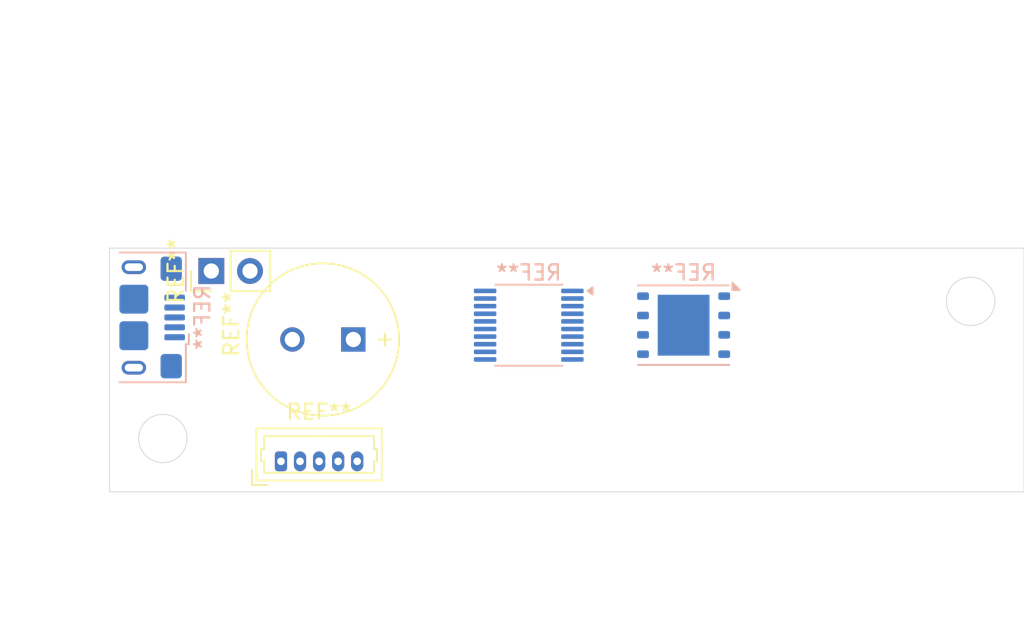
<source format=kicad_pcb>
(kicad_pcb (version 20221018) (generator pcbnew)
  (layers (0 "F.Cu" signal) (31 "B.Cu" signal) (34 "B.Paste" user) (35 "F.Paste" user) (36 "B.SilkS" user "B.Silkscreen") (37 "F.SilkS" user "F.Silkscreen") (38 "B.Mask" user) (39 "F.Mask" user) (44 "Edge.Cuts" user))
  (net 0 "")
  (footprint "Connector_Molex:Molex_PicoBlade_53047-0510_1x05_P1.25mm_Vertical" (layer "F.Cu") (at 111.252 108)
    (fp_text reference "REF**" (at 2.5 -3.25) (layer "F.SilkS"))
    (fp_text value "Molex_PicoBlade_53047-0510_1x05_P1.25mm_Vertical")
    (fp_line (start -1.9 1.55) (end -1.9 0.55) (stroke (width 0.12)) (layer "F.SilkS"))
    (fp_line (start -1.9 1.55) (end -0.9 1.55) (stroke (width 0.12)) (layer "F.SilkS"))
    (fp_line (start -1.61 -2.16) (end -1.61 1.26) (stroke (width 0.12)) (layer "F.SilkS"))
    (fp_line (start -1.61 1.26) (end 6.61 1.26) (stroke (width 0.12)) (layer "F.SilkS"))
    (fp_line (start -1.3 -0.8) (end -1.1 -0.8) (stroke (width 0.12)) (layer "F.SilkS"))
    (fp_line (start -1.3 0) (end -1.3 -0.8) (stroke (width 0.12)) (layer "F.SilkS"))
    (fp_line (start -1.1 -1.65) (end 2.5 -1.65) (stroke (width 0.12)) (layer "F.SilkS"))
    (fp_line (start -1.1 -0.8) (end -1.1 -1.65) (stroke (width 0.12)) (layer "F.SilkS"))
    (fp_line (start -1.1 0) (end -1.3 0) (stroke (width 0.12)) (layer "F.SilkS"))
    (fp_line (start -1.1 0.75) (end -1.1 0) (stroke (width 0.12)) (layer "F.SilkS"))
    (fp_line (start 2.5 0.75) (end -1.1 0.75) (stroke (width 0.12)) (layer "F.SilkS"))
    (fp_line (start 2.5 0.75) (end 6.1 0.75) (stroke (width 0.12)) (layer "F.SilkS"))
    (fp_line (start 6.1 -1.65) (end 2.5 -1.65) (stroke (width 0.12)) (layer "F.SilkS"))
    (fp_line (start 6.1 -0.8) (end 6.1 -1.65) (stroke (width 0.12)) (layer "F.SilkS"))
    (fp_line (start 6.1 0) (end 6.3 0) (stroke (width 0.12)) (layer "F.SilkS"))
    (fp_line (start 6.1 0.75) (end 6.1 0) (stroke (width 0.12)) (layer "F.SilkS"))
    (fp_line (start 6.3 -0.8) (end 6.1 -0.8) (stroke (width 0.12)) (layer "F.SilkS"))
    (fp_line (start 6.3 0) (end 6.3 -0.8) (stroke (width 0.12)) (layer "F.SilkS"))
    (fp_line (start 6.61 -2.16) (end -1.61 -2.16) (stroke (width 0.12)) (layer "F.SilkS"))
    (fp_line (start 6.61 1.26) (end 6.61 -2.16) (stroke (width 0.12)) (layer "F.SilkS"))
    (pad "1" thru_hole roundrect (at 0 0) (size 0.8 1.3) (drill 0.5) (layers "*.Cu" "*.Mask"))
    (pad "2" thru_hole oval (at 1.25 0) (size 0.8 1.3) (drill 0.5) (layers "*.Cu" "*.Mask"))
    (pad "3" thru_hole oval (at 2.5 0) (size 0.8 1.3) (drill 0.5) (layers "*.Cu" "*.Mask"))
    (pad "4" thru_hole oval (at 3.75 0) (size 0.8 1.3) (drill 0.5) (layers "*.Cu" "*.Mask"))
    (pad "5" thru_hole oval (at 5 0) (size 0.8 1.3) (drill 0.5) (layers "*.Cu" "*.Mask"))
  )
  (footprint "Buzzer_Beeper:MagneticBuzzer_ProSignal_ABT-410-RC" (layer "F.Cu") (at 114 100 90)
    (fp_text reference "REF**" (at 1 -6 90) (layer "F.SilkS"))
    (fp_text value "GT-0903A")
    (fp_text user "+" (at 0 4 90) (layer "F.SilkS"))
    (fp_circle (center 0 0) (end 5 0) (stroke (width 0.12)) (fill none) (layer "F.SilkS"))
    (pad "1" thru_hole rect (at 0 2 90) (size 1.6 1.6) (drill 1) (layers "*.Cu" "*.Mask"))
    (pad "2" thru_hole circle (at 0 -2 90) (size 1.6 1.6) (drill 1) (layers "*.Cu" "*.Mask"))
  )
  (footprint "Connector_PinHeader_2.54mm:PinHeader_1x02_P2.54mm_Vertical" (layer "F.Cu") (at 106.68 95.504 90)
    (fp_text reference "REF**" (at 0 -2.33 90) (layer "F.SilkS"))
    (fp_text value "PinHeader_1x02_P2.54mm_Vertical")
    (fp_line (start -1.33 -1.33) (end 0 -1.33) (stroke (width 0.12)) (layer "F.SilkS"))
    (fp_line (start -1.33 0) (end -1.33 -1.33) (stroke (width 0.12)) (layer "F.SilkS"))
    (fp_line (start -1.33 1.27) (end -1.33 3.87) (stroke (width 0.12)) (layer "F.SilkS"))
    (fp_line (start -1.33 1.27) (end 1.33 1.27) (stroke (width 0.12)) (layer "F.SilkS"))
    (fp_line (start -1.33 3.87) (end 1.33 3.87) (stroke (width 0.12)) (layer "F.SilkS"))
    (fp_line (start 1.33 1.27) (end 1.33 3.87) (stroke (width 0.12)) (layer "F.SilkS"))
    (pad "1" thru_hole rect (at 0 0 90) (size 1.7 1.7) (drill 1) (layers "*.Cu" "*.Mask"))
    (pad "2" thru_hole oval (at 0 2.54 90) (size 1.7 1.7) (drill 1) (layers "*.Cu" "*.Mask"))
  )
  (footprint "Connector_USB:USB_Micro-B_Amphenol_10118193-0001LF_Horizontal" (layer "B.Cu") (at 101.6 98.552 90)
    (fp_text reference "REF**" (at 0 4.5 90) (layer "B.SilkS") (effects (justify mirror)))
    (fp_text value "USB_Micro-B_Amphenol_10118193-0001LF_Horizontal")
    (fp_line (start -4.26 3.41) (end -4.26 -0.95) (stroke (width 0.12)) (layer "B.SilkS"))
    (fp_line (start -4.26 3.41) (end -1.76 3.41) (stroke (width 0.12)) (layer "B.SilkS"))
    (fp_line (start -1.76 3.41) (end -1.76 3.61) (stroke (width 0.12)) (layer "B.SilkS"))
    (fp_line (start -1.1 3.61) (end -1.76 3.61) (stroke (width 0.12)) (layer "B.SilkS"))
    (fp_line (start 1.76 3.41) (end 4.26 3.41) (stroke (width 0.12)) (layer "B.SilkS"))
    (fp_line (start 4.26 3.41) (end 4.26 -0.95) (stroke (width 0.12)) (layer "B.SilkS"))
    (pad "1" smd roundrect (at -1.3 2.675 90) (size 0.4 1.35) (layers "B.Cu" "B.Paste" "B.Mask"))
    (pad "2" smd roundrect (at -0.65 2.675 90) (size 0.4 1.35) (layers "B.Cu" "B.Paste" "B.Mask"))
    (pad "3" smd roundrect (at 0 2.675 90) (size 0.4 1.35) (layers "B.Cu" "B.Paste" "B.Mask"))
    (pad "4" smd roundrect (at 0.65 2.675 90) (size 0.4 1.35) (layers "B.Cu" "B.Paste" "B.Mask"))
    (pad "5" smd roundrect (at 1.3 2.675 90) (size 0.4 1.35) (layers "B.Cu" "B.Paste" "B.Mask"))
    (pad "6" thru_hole oval (at -3.3 0) (size 1.6 0.9) (drill oval 1.2 0.5) (layers "*.Cu" "*.Mask" "B.Paste"))
    (pad "6" smd roundrect (at -3.2 2.45 90) (size 1.6 1.4) (layers "B.Cu" "B.Paste" "B.Mask") (roundrect_rratio 0.1785714286))
    (pad "6" smd roundrect (at -1.2 0 90) (size 1.9 1.9) (layers "B.Cu" "B.Paste" "B.Mask") (roundrect_rratio 0.1315789474))
    (pad "6" smd roundrect (at 1.2 0 90) (size 1.9 1.9) (layers "B.Cu" "B.Paste" "B.Mask") (roundrect_rratio 0.1315789474))
    (pad "6" smd roundrect (at 3.2 2.45 90) (size 1.6 1.4) (layers "B.Cu" "B.Paste" "B.Mask") (roundrect_rratio 0.1785714286))
    (pad "6" thru_hole oval (at 3.3 0) (size 1.6 0.9) (drill oval 1.2 0.5) (layers "*.Cu" "*.Mask" "B.Paste"))
  )
  (footprint "Package_SON:WSON-8-1EP_6x5mm_P1.27mm_EP3.4x4mm" (layer "B.Cu") (at 137.668 99.06 180)
    (fp_text reference "REF**" (at 0 3.45) (layer "B.SilkS") (effects (justify mirror)))
    (fp_text value "WSON-8-1EP_6x5mm_P1.27mm_EP3.4x4mm")
    (fp_line (start -3 -2.61) (end 3 -2.61) (stroke (width 0.12)) (layer "B.SilkS"))
    (fp_line (start -2.96 2.61) (end 3 2.61) (stroke (width 0.12)) (layer "B.SilkS"))
    (fp_poly (pts (xy -3.2 2.31) (xy -3.68 2.31) (xy -3.2 2.79) (xy -3.2 2.31)) (stroke (width 0.12)) (fill solid) (layer "B.SilkS"))
    (pad "1" smd roundrect (at -2.6625 1.905 180) (size 0.775 0.5) (layers "B.Cu" "B.Paste" "B.Mask"))
    (pad "2" smd roundrect (at -2.6625 0.635 180) (size 0.775 0.5) (layers "B.Cu" "B.Paste" "B.Mask"))
    (pad "3" smd roundrect (at -2.6625 -0.635 180) (size 0.775 0.5) (layers "B.Cu" "B.Paste" "B.Mask"))
    (pad "4" smd roundrect (at -2.6625 -1.905 180) (size 0.775 0.5) (layers "B.Cu" "B.Paste" "B.Mask"))
    (pad "5" smd roundrect (at 2.6625 -1.905 180) (size 0.775 0.5) (layers "B.Cu" "B.Paste" "B.Mask"))
    (pad "6" smd roundrect (at 2.6625 -0.635 180) (size 0.775 0.5) (layers "B.Cu" "B.Paste" "B.Mask"))
    (pad "7" smd roundrect (at 2.6625 0.635 180) (size 0.775 0.5) (layers "B.Cu" "B.Paste" "B.Mask"))
    (pad "8" smd roundrect (at 2.6625 1.905 180) (size 0.775 0.5) (layers "B.Cu" "B.Paste" "B.Mask"))
    (pad "9" smd rect (at 0 0 180) (size 3.4 4) (property pad_prop_heatsink) (layers "B.Cu" "B.Mask"))
  )
  (footprint "Package_SO:TSSOP-20_4.4x5mm_P0.5mm" (layer "B.Cu") (at 127.508 99.06 180)
    (fp_text reference "REF**" (at 0 3.45) (layer "B.SilkS") (effects (justify mirror)))
    (fp_text value "TSSOP-20_4.4x5mm_P0.5mm")
    (fp_line (start 0 -2.66) (end -2.2 -2.66) (stroke (width 0.12)) (layer "B.SilkS"))
    (fp_line (start 0 -2.66) (end 2.2 -2.66) (stroke (width 0.12)) (layer "B.SilkS"))
    (fp_line (start 0 2.66) (end -2.2 2.66) (stroke (width 0.12)) (layer "B.SilkS"))
    (fp_line (start 0 2.66) (end 2.2 2.66) (stroke (width 0.12)) (layer "B.SilkS"))
    (fp_poly (pts (xy -3.86 2.25) (xy -4.19 2.49) (xy -4.19 2.01) (xy -3.86 2.25)) (stroke (width 0.12)) (fill solid) (layer "B.SilkS"))
    (pad "1" smd roundrect (at -2.8625 2.25 180) (size 1.475 0.3) (layers "B.Cu" "B.Paste" "B.Mask"))
    (pad "2" smd roundrect (at -2.8625 1.75 180) (size 1.475 0.3) (layers "B.Cu" "B.Paste" "B.Mask"))
    (pad "3" smd roundrect (at -2.8625 1.25 180) (size 1.475 0.3) (layers "B.Cu" "B.Paste" "B.Mask"))
    (pad "4" smd roundrect (at -2.8625 0.75 180) (size 1.475 0.3) (layers "B.Cu" "B.Paste" "B.Mask"))
    (pad "5" smd roundrect (at -2.8625 0.25 180) (size 1.475 0.3) (layers "B.Cu" "B.Paste" "B.Mask"))
    (pad "6" smd roundrect (at -2.8625 -0.25 180) (size 1.475 0.3) (layers "B.Cu" "B.Paste" "B.Mask"))
    (pad "7" smd roundrect (at -2.8625 -0.75 180) (size 1.475 0.3) (layers "B.Cu" "B.Paste" "B.Mask"))
    (pad "8" smd roundrect (at -2.8625 -1.25 180) (size 1.475 0.3) (layers "B.Cu" "B.Paste" "B.Mask"))
    (pad "9" smd roundrect (at -2.8625 -1.75 180) (size 1.475 0.3) (layers "B.Cu" "B.Paste" "B.Mask"))
    (pad "10" smd roundrect (at -2.8625 -2.25 180) (size 1.475 0.3) (layers "B.Cu" "B.Paste" "B.Mask"))
    (pad "11" smd roundrect (at 2.8625 -2.25 180) (size 1.475 0.3) (layers "B.Cu" "B.Paste" "B.Mask"))
    (pad "12" smd roundrect (at 2.8625 -1.75 180) (size 1.475 0.3) (layers "B.Cu" "B.Paste" "B.Mask"))
    (pad "13" smd roundrect (at 2.8625 -1.25 180) (size 1.475 0.3) (layers "B.Cu" "B.Paste" "B.Mask"))
    (pad "14" smd roundrect (at 2.8625 -0.75 180) (size 1.475 0.3) (layers "B.Cu" "B.Paste" "B.Mask"))
    (pad "15" smd roundrect (at 2.8625 -0.25 180) (size 1.475 0.3) (layers "B.Cu" "B.Paste" "B.Mask"))
    (pad "16" smd roundrect (at 2.8625 0.25 180) (size 1.475 0.3) (layers "B.Cu" "B.Paste" "B.Mask"))
    (pad "17" smd roundrect (at 2.8625 0.75 180) (size 1.475 0.3) (layers "B.Cu" "B.Paste" "B.Mask"))
    (pad "18" smd roundrect (at 2.8625 1.25 180) (size 1.475 0.3) (layers "B.Cu" "B.Paste" "B.Mask"))
    (pad "19" smd roundrect (at 2.8625 1.75 180) (size 1.475 0.3) (layers "B.Cu" "B.Paste" "B.Mask"))
    (pad "20" smd roundrect (at 2.8625 2.25 180) (size 1.475 0.3) (layers "B.Cu" "B.Paste" "B.Mask"))
  )
  (gr_line (start 160 94) (end 100 94) (stroke (width 0.05)) (layer "Edge.Cuts"))
  (gr_line (start 100 110) (end 160 110) (stroke (width 0.05)) (layer "Edge.Cuts"))
  (gr_circle (center 103.5 106.5) (end 105.0875 106.5) (stroke (width 0.05)) (fill none) (layer "Edge.Cuts"))
  (gr_circle (center 156.5 97.5) (end 158.0875 97.5) (stroke (width 0.05)) (fill none) (layer "Edge.Cuts"))
  (gr_line (start 100 94) (end 100 110) (stroke (width 0.05)) (layer "Edge.Cuts"))
  (gr_line (start 160 110) (end 160 94) (stroke (width 0.05)) (layer "Edge.Cuts"))
)
</source>
